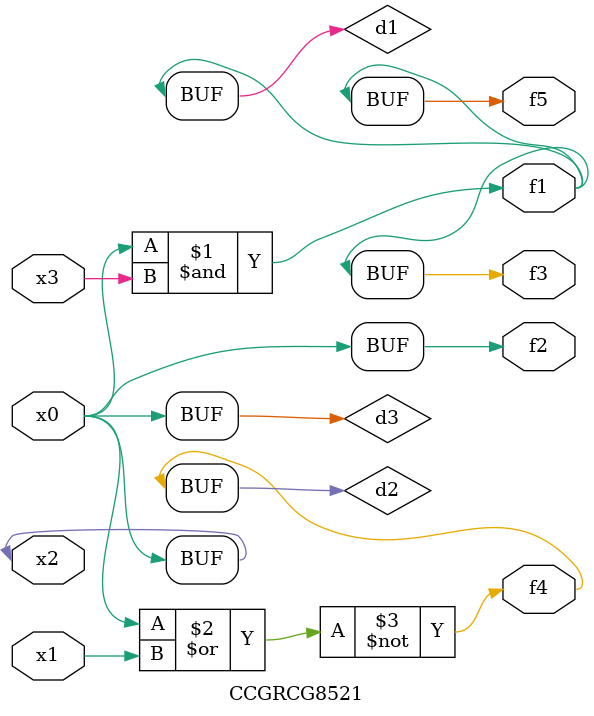
<source format=v>
module CCGRCG8521(
	input x0, x1, x2, x3,
	output f1, f2, f3, f4, f5
);

	wire d1, d2, d3;

	and (d1, x2, x3);
	nor (d2, x0, x1);
	buf (d3, x0, x2);
	assign f1 = d1;
	assign f2 = d3;
	assign f3 = d1;
	assign f4 = d2;
	assign f5 = d1;
endmodule

</source>
